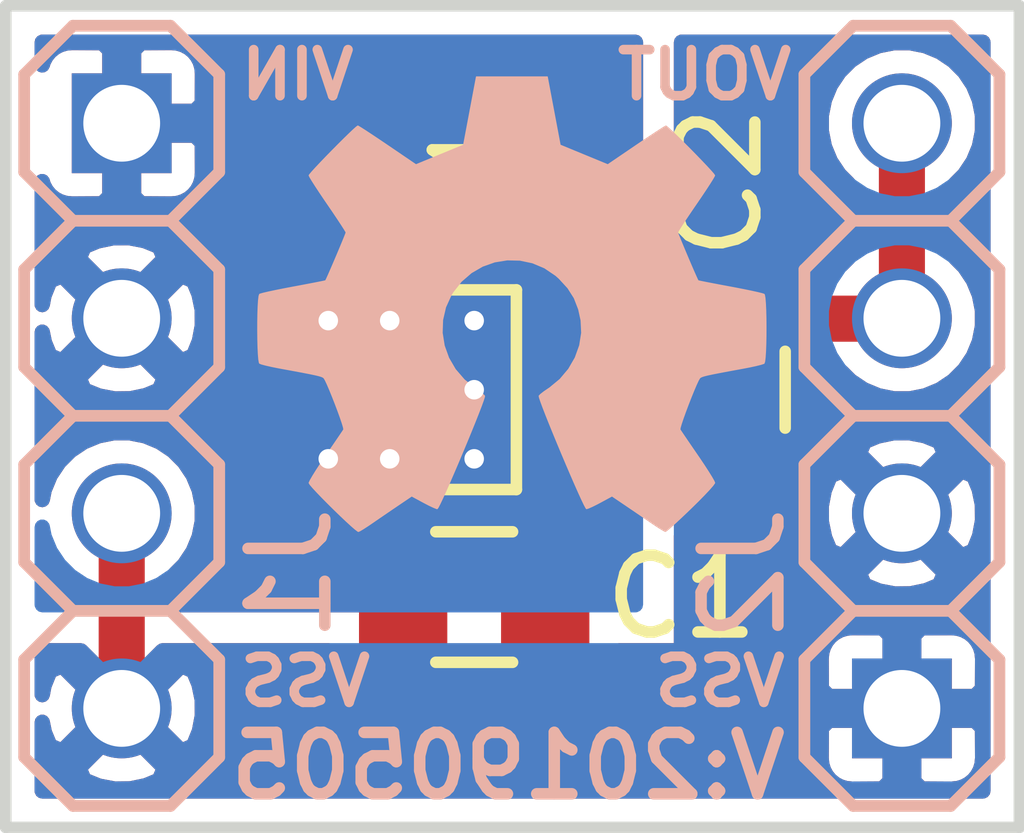
<source format=kicad_pcb>
(kicad_pcb (version 20171130) (host pcbnew 5.1.2-f72e74a~84~ubuntu18.04.1)

  (general
    (thickness 1.6)
    (drawings 4)
    (tracks 20)
    (zones 0)
    (modules 7)
    (nets 4)
  )

  (page A4)
  (layers
    (0 F.Cu signal)
    (31 B.Cu signal)
    (32 B.Adhes user)
    (33 F.Adhes user)
    (34 B.Paste user)
    (35 F.Paste user)
    (36 B.SilkS user)
    (37 F.SilkS user)
    (38 B.Mask user)
    (39 F.Mask user)
    (40 Dwgs.User user)
    (41 Cmts.User user)
    (42 Eco1.User user)
    (43 Eco2.User user)
    (44 Edge.Cuts user)
    (45 Margin user)
    (46 B.CrtYd user)
    (47 F.CrtYd user)
    (48 B.Fab user)
    (49 F.Fab user)
  )

  (setup
    (last_trace_width 0.1524)
    (user_trace_width 0.1524)
    (user_trace_width 0.2)
    (user_trace_width 0.3)
    (user_trace_width 0.4)
    (user_trace_width 0.6)
    (user_trace_width 1)
    (user_trace_width 1.5)
    (user_trace_width 2)
    (trace_clearance 0.1524)
    (zone_clearance 0.3)
    (zone_45_only no)
    (trace_min 0.1524)
    (via_size 0.381)
    (via_drill 0.254)
    (via_min_size 0.381)
    (via_min_drill 0.254)
    (user_via 0.4 0.254)
    (user_via 0.6 0.4)
    (user_via 0.8 0.6)
    (user_via 1 0.8)
    (user_via 1.3 1)
    (user_via 1.5 1.2)
    (user_via 1.7 1.4)
    (user_via 1.9 1.6)
    (uvia_size 0.381)
    (uvia_drill 0.254)
    (uvias_allowed no)
    (uvia_min_size 0.381)
    (uvia_min_drill 0.254)
    (edge_width 0.15)
    (segment_width 0.2)
    (pcb_text_width 0.3)
    (pcb_text_size 1.5 1.5)
    (mod_edge_width 0.15)
    (mod_text_size 1 1)
    (mod_text_width 0.15)
    (pad_size 0.6 1)
    (pad_drill 0)
    (pad_to_mask_clearance 0.1)
    (solder_mask_min_width 0.1)
    (pad_to_paste_clearance_ratio -0.15)
    (aux_axis_origin 0 0)
    (visible_elements FFFFFF7F)
    (pcbplotparams
      (layerselection 0x010fc_ffffffff)
      (usegerberextensions true)
      (usegerberattributes false)
      (usegerberadvancedattributes false)
      (creategerberjobfile false)
      (excludeedgelayer true)
      (linewidth 0.100000)
      (plotframeref false)
      (viasonmask false)
      (mode 1)
      (useauxorigin false)
      (hpglpennumber 1)
      (hpglpenspeed 20)
      (hpglpendiameter 15.000000)
      (psnegative false)
      (psa4output false)
      (plotreference true)
      (plotvalue true)
      (plotinvisibletext false)
      (padsonsilk false)
      (subtractmaskfromsilk false)
      (outputformat 1)
      (mirror false)
      (drillshape 0)
      (scaleselection 1)
      (outputdirectory "OSH_Park_2_layer_plots"))
  )

  (net 0 "")
  (net 1 /VSS)
  (net 2 /VIN)
  (net 3 /VOUT)

  (net_class Default "This is the default net class."
    (clearance 0.1524)
    (trace_width 0.1524)
    (via_dia 0.381)
    (via_drill 0.254)
    (uvia_dia 0.381)
    (uvia_drill 0.254)
    (add_net /VIN)
    (add_net /VOUT)
    (add_net /VSS)
  )

  (module SquantorIC:SOT23-3-Microchip-CB (layer F.Cu) (tedit 5CCCA092) (tstamp 5CCCF61A)
    (at 148.05 91.1 90)
    (descr "SOT23 3 pin, Microchip name CB")
    (tags "SOT23 3pin Microchip CB")
    (path /5CCCD32F)
    (fp_text reference U1 (at 2.6 0.05 90) (layer F.SilkS)
      (effects (font (size 1 1) (thickness 0.15)))
    )
    (fp_text value MCP1702-CB (at 0 2.8 90) (layer F.Fab) hide
      (effects (font (size 1 1) (thickness 0.15)))
    )
    (fp_line (start -1.7 -2.2) (end -1.7 2.2) (layer F.CrtYd) (width 0.05))
    (fp_line (start 1.7 -2.2) (end -1.7 -2.2) (layer F.CrtYd) (width 0.05))
    (fp_line (start 1.7 2.2) (end 1.7 -2.2) (layer F.CrtYd) (width 0.05))
    (fp_line (start -1.7 2.2) (end 1.7 2.2) (layer F.CrtYd) (width 0.05))
    (fp_line (start -1.3 0.6) (end -1.3 -0.6) (layer F.SilkS) (width 0.15))
    (fp_line (start 1.3 0.6) (end -1.3 0.6) (layer F.SilkS) (width 0.15))
    (fp_line (start 1.3 -0.6) (end 1.3 0.6) (layer F.SilkS) (width 0.15))
    (fp_line (start -1.3 -0.6) (end 1.3 -0.6) (layer F.SilkS) (width 0.15))
    (pad 3 smd rect (at 0 -1.35 90) (size 0.6 1) (layers F.Cu F.Paste F.Mask)
      (net 2 /VIN) (zone_connect 2))
    (pad 2 smd rect (at 0.95 1.35 90) (size 0.6 1) (layers F.Cu F.Paste F.Mask)
      (net 3 /VOUT))
    (pad 1 smd rect (at -0.95 1.35 90) (size 0.6 1) (layers F.Cu F.Paste F.Mask)
      (net 1 /VSS))
  )

  (module SquantorConnectorsNamed:reference_output (layer B.Cu) (tedit 5CCB4FA4) (tstamp 5CCCF5FF)
    (at 153.67 91.44 90)
    (descr "PIN HEADER")
    (tags "PIN HEADER")
    (path /5CCCA968)
    (attr virtual)
    (fp_text reference J2 (at -2.06 -2.07 90) (layer B.SilkS)
      (effects (font (size 1 1) (thickness 0.15)) (justify mirror))
    )
    (fp_text value reference_output (at 0 -2.2 90) (layer B.Fab) hide
      (effects (font (size 1 1) (thickness 0.15)) (justify mirror))
    )
    (fp_text user VOUT (at 4.44 -2.57 180) (layer B.SilkS)
      (effects (font (size 0.6 0.6) (thickness 0.125)) (justify mirror))
    )
    (fp_text user VSS (at -3.46 -2.37 180) (layer B.SilkS)
      (effects (font (size 0.6 0.6) (thickness 0.125)) (justify mirror))
    )
    (fp_line (start 4.445 -1.27) (end 3.175 -1.27) (layer B.SilkS) (width 0.1524))
    (fp_line (start 2.54 -0.635) (end 3.175 -1.27) (layer B.SilkS) (width 0.1524))
    (fp_line (start 3.175 1.27) (end 2.54 0.635) (layer B.SilkS) (width 0.1524))
    (fp_line (start 5.08 -0.635) (end 4.445 -1.27) (layer B.SilkS) (width 0.1524))
    (fp_line (start 5.08 0.635) (end 5.08 -0.635) (layer B.SilkS) (width 0.1524))
    (fp_line (start 4.445 1.27) (end 5.08 0.635) (layer B.SilkS) (width 0.1524))
    (fp_line (start 3.175 1.27) (end 4.445 1.27) (layer B.SilkS) (width 0.1524))
    (fp_line (start -3.175 -1.27) (end -4.445 -1.27) (layer B.SilkS) (width 0.1524))
    (fp_line (start -5.08 -0.635) (end -4.445 -1.27) (layer B.SilkS) (width 0.1524))
    (fp_line (start -4.445 1.27) (end -5.08 0.635) (layer B.SilkS) (width 0.1524))
    (fp_line (start -5.08 0.635) (end -5.08 -0.635) (layer B.SilkS) (width 0.1524))
    (fp_line (start -1.905 -1.27) (end -2.54 -0.635) (layer B.SilkS) (width 0.1524))
    (fp_line (start -0.635 -1.27) (end -1.905 -1.27) (layer B.SilkS) (width 0.1524))
    (fp_line (start 0 -0.635) (end -0.635 -1.27) (layer B.SilkS) (width 0.1524))
    (fp_line (start 0 0.635) (end 0 -0.635) (layer B.SilkS) (width 0.1524))
    (fp_line (start -0.635 1.27) (end 0 0.635) (layer B.SilkS) (width 0.1524))
    (fp_line (start -1.905 1.27) (end -0.635 1.27) (layer B.SilkS) (width 0.1524))
    (fp_line (start -2.54 0.635) (end -1.905 1.27) (layer B.SilkS) (width 0.1524))
    (fp_line (start -2.54 -0.635) (end -3.175 -1.27) (layer B.SilkS) (width 0.1524))
    (fp_line (start -2.54 0.635) (end -2.54 -0.635) (layer B.SilkS) (width 0.1524))
    (fp_line (start -3.175 1.27) (end -2.54 0.635) (layer B.SilkS) (width 0.1524))
    (fp_line (start -4.445 1.27) (end -3.175 1.27) (layer B.SilkS) (width 0.1524))
    (fp_line (start 0.635 -1.27) (end 0 -0.635) (layer B.SilkS) (width 0.1524))
    (fp_line (start 1.905 -1.27) (end 0.635 -1.27) (layer B.SilkS) (width 0.1524))
    (fp_line (start 2.54 -0.635) (end 1.905 -1.27) (layer B.SilkS) (width 0.1524))
    (fp_line (start 2.54 0.635) (end 2.54 -0.635) (layer B.SilkS) (width 0.1524))
    (fp_line (start 1.905 1.27) (end 2.54 0.635) (layer B.SilkS) (width 0.1524))
    (fp_line (start 0.635 1.27) (end 1.905 1.27) (layer B.SilkS) (width 0.1524))
    (fp_line (start 0 0.635) (end 0.635 1.27) (layer B.SilkS) (width 0.1524))
    (pad 4 thru_hole circle (at 3.81 0 270) (size 1.3 1.3) (drill 1) (layers *.Cu *.Mask)
      (net 3 /VOUT))
    (pad 3 thru_hole circle (at 1.27 0 270) (size 1.3 1.3) (drill 1) (layers *.Cu *.Mask)
      (net 3 /VOUT))
    (pad 2 thru_hole circle (at -1.27 0 270) (size 1.3 1.3) (drill 1) (layers *.Cu *.Mask)
      (net 1 /VSS))
    (pad 1 thru_hole rect (at -3.81 0 270) (size 1.3 1.3) (drill 1) (layers *.Cu *.Mask)
      (net 1 /VSS))
  )

  (module SquantorConnectorsNamed:reference_input (layer B.Cu) (tedit 5CCB5024) (tstamp 5CCCF5D8)
    (at 143.51 91.44 270)
    (descr "PIN HEADER")
    (tags "PIN HEADER")
    (path /5CCC9F6B)
    (attr virtual)
    (fp_text reference J1 (at 2.06 -2.19 90) (layer B.SilkS)
      (effects (font (size 1 1) (thickness 0.15)) (justify mirror))
    )
    (fp_text value reference_input (at 0 -2.2 90) (layer B.Fab) hide
      (effects (font (size 1 1) (thickness 0.15)) (justify mirror))
    )
    (fp_text user VSS (at 3.46 -2.39) (layer B.SilkS)
      (effects (font (size 0.6 0.6) (thickness 0.125)) (justify mirror))
    )
    (fp_text user VIN (at -4.44 -2.29 180) (layer B.SilkS)
      (effects (font (size 0.6 0.6) (thickness 0.125)) (justify mirror))
    )
    (fp_line (start 4.445 -1.27) (end 3.175 -1.27) (layer B.SilkS) (width 0.1524))
    (fp_line (start 2.54 -0.635) (end 3.175 -1.27) (layer B.SilkS) (width 0.1524))
    (fp_line (start 3.175 1.27) (end 2.54 0.635) (layer B.SilkS) (width 0.1524))
    (fp_line (start 5.08 -0.635) (end 4.445 -1.27) (layer B.SilkS) (width 0.1524))
    (fp_line (start 5.08 0.635) (end 5.08 -0.635) (layer B.SilkS) (width 0.1524))
    (fp_line (start 4.445 1.27) (end 5.08 0.635) (layer B.SilkS) (width 0.1524))
    (fp_line (start 3.175 1.27) (end 4.445 1.27) (layer B.SilkS) (width 0.1524))
    (fp_line (start -3.175 -1.27) (end -4.445 -1.27) (layer B.SilkS) (width 0.1524))
    (fp_line (start -5.08 -0.635) (end -4.445 -1.27) (layer B.SilkS) (width 0.1524))
    (fp_line (start -4.445 1.27) (end -5.08 0.635) (layer B.SilkS) (width 0.1524))
    (fp_line (start -5.08 0.635) (end -5.08 -0.635) (layer B.SilkS) (width 0.1524))
    (fp_line (start -1.905 -1.27) (end -2.54 -0.635) (layer B.SilkS) (width 0.1524))
    (fp_line (start -0.635 -1.27) (end -1.905 -1.27) (layer B.SilkS) (width 0.1524))
    (fp_line (start 0 -0.635) (end -0.635 -1.27) (layer B.SilkS) (width 0.1524))
    (fp_line (start 0 0.635) (end 0 -0.635) (layer B.SilkS) (width 0.1524))
    (fp_line (start -0.635 1.27) (end 0 0.635) (layer B.SilkS) (width 0.1524))
    (fp_line (start -1.905 1.27) (end -0.635 1.27) (layer B.SilkS) (width 0.1524))
    (fp_line (start -2.54 0.635) (end -1.905 1.27) (layer B.SilkS) (width 0.1524))
    (fp_line (start -2.54 -0.635) (end -3.175 -1.27) (layer B.SilkS) (width 0.1524))
    (fp_line (start -2.54 0.635) (end -2.54 -0.635) (layer B.SilkS) (width 0.1524))
    (fp_line (start -3.175 1.27) (end -2.54 0.635) (layer B.SilkS) (width 0.1524))
    (fp_line (start -4.445 1.27) (end -3.175 1.27) (layer B.SilkS) (width 0.1524))
    (fp_line (start 0.635 -1.27) (end 0 -0.635) (layer B.SilkS) (width 0.1524))
    (fp_line (start 1.905 -1.27) (end 0.635 -1.27) (layer B.SilkS) (width 0.1524))
    (fp_line (start 2.54 -0.635) (end 1.905 -1.27) (layer B.SilkS) (width 0.1524))
    (fp_line (start 2.54 0.635) (end 2.54 -0.635) (layer B.SilkS) (width 0.1524))
    (fp_line (start 1.905 1.27) (end 2.54 0.635) (layer B.SilkS) (width 0.1524))
    (fp_line (start 0.635 1.27) (end 1.905 1.27) (layer B.SilkS) (width 0.1524))
    (fp_line (start 0 0.635) (end 0.635 1.27) (layer B.SilkS) (width 0.1524))
    (pad 4 thru_hole circle (at 3.81 0 90) (size 1.3 1.3) (drill 1) (layers *.Cu *.Mask)
      (net 1 /VSS))
    (pad 3 thru_hole circle (at 1.27 0 90) (size 1.3 1.3) (drill 1) (layers *.Cu *.Mask)
      (net 1 /VSS))
    (pad 2 thru_hole circle (at -1.27 0 90) (size 1.3 1.3) (drill 1) (layers *.Cu *.Mask)
      (net 2 /VIN))
    (pad 1 thru_hole rect (at -3.81 0 90) (size 1.3 1.3) (drill 1) (layers *.Cu *.Mask)
      (net 2 /VIN))
  )

  (module SquantorRcl:C_0805+0603 (layer F.Cu) (tedit 5CCB4DCF) (tstamp 5CCCF5B1)
    (at 151.3 91.1 270)
    (descr "Capacitor SMD 0805 and 0603 pad sizes, reflow soldering, based on AVX dimensions")
    (tags "capacitor 0805 0603 mixed")
    (path /5CCCC415)
    (attr smd)
    (fp_text reference C2 (at -2.7 0 90) (layer F.SilkS)
      (effects (font (size 1 1) (thickness 0.15)))
    )
    (fp_text value TBD (at 0 2.1 90) (layer F.Fab)
      (effects (font (size 1 1) (thickness 0.15)))
    )
    (fp_line (start -1 0.625) (end -1 -0.625) (layer F.Fab) (width 0.15))
    (fp_line (start 1 0.625) (end -1 0.625) (layer F.Fab) (width 0.15))
    (fp_line (start 1 -0.625) (end 1 0.625) (layer F.Fab) (width 0.15))
    (fp_line (start -1 -0.625) (end 1 -0.625) (layer F.Fab) (width 0.15))
    (fp_line (start -1.8 -1) (end 1.8 -1) (layer F.CrtYd) (width 0.05))
    (fp_line (start -1.8 1) (end 1.8 1) (layer F.CrtYd) (width 0.05))
    (fp_line (start -1.8 -1) (end -1.8 1) (layer F.CrtYd) (width 0.05))
    (fp_line (start 1.8 -1) (end 1.8 1) (layer F.CrtYd) (width 0.05))
    (fp_line (start 0.5 -0.85) (end -0.5 -0.85) (layer F.SilkS) (width 0.15))
    (fp_line (start -0.5 0.85) (end 0.5 0.85) (layer F.SilkS) (width 0.15))
    (pad 1 smd rect (at -0.925 0 270) (size 1.15 1.25) (layers F.Cu F.Paste F.Mask)
      (net 3 /VOUT))
    (pad 2 smd rect (at 0.925 0 270) (size 1.15 1.25) (layers F.Cu F.Paste F.Mask)
      (net 1 /VSS))
    (model Capacitors_SMD.3dshapes/C_0805.wrl
      (at (xyz 0 0 0))
      (scale (xyz 1 1 1))
      (rotate (xyz 0 0 0))
    )
  )

  (module SquantorRcl:C_0805+0603 (layer F.Cu) (tedit 5CCB4DCF) (tstamp 5CCCF5A1)
    (at 148.1 93.8 180)
    (descr "Capacitor SMD 0805 and 0603 pad sizes, reflow soldering, based on AVX dimensions")
    (tags "capacitor 0805 0603 mixed")
    (path /5CCCBCD0)
    (attr smd)
    (fp_text reference C1 (at -2.7 0) (layer F.SilkS)
      (effects (font (size 1 1) (thickness 0.15)))
    )
    (fp_text value TBD (at 0 2.1) (layer F.Fab) hide
      (effects (font (size 1 1) (thickness 0.15)))
    )
    (fp_line (start -1 0.625) (end -1 -0.625) (layer F.Fab) (width 0.15))
    (fp_line (start 1 0.625) (end -1 0.625) (layer F.Fab) (width 0.15))
    (fp_line (start 1 -0.625) (end 1 0.625) (layer F.Fab) (width 0.15))
    (fp_line (start -1 -0.625) (end 1 -0.625) (layer F.Fab) (width 0.15))
    (fp_line (start -1.8 -1) (end 1.8 -1) (layer F.CrtYd) (width 0.05))
    (fp_line (start -1.8 1) (end 1.8 1) (layer F.CrtYd) (width 0.05))
    (fp_line (start -1.8 -1) (end -1.8 1) (layer F.CrtYd) (width 0.05))
    (fp_line (start 1.8 -1) (end 1.8 1) (layer F.CrtYd) (width 0.05))
    (fp_line (start 0.5 -0.85) (end -0.5 -0.85) (layer F.SilkS) (width 0.15))
    (fp_line (start -0.5 0.85) (end 0.5 0.85) (layer F.SilkS) (width 0.15))
    (pad 1 smd rect (at -0.925 0 180) (size 1.15 1.25) (layers F.Cu F.Paste F.Mask)
      (net 1 /VSS))
    (pad 2 smd rect (at 0.925 0 180) (size 1.15 1.25) (layers F.Cu F.Paste F.Mask)
      (net 2 /VIN))
    (model Capacitors_SMD.3dshapes/C_0805.wrl
      (at (xyz 0 0 0))
      (scale (xyz 1 1 1))
      (rotate (xyz 0 0 0))
    )
  )

  (module Symbols:OSHW-Symbol_6.7x6mm_SilkScreen (layer B.Cu) (tedit 0) (tstamp 5A135134)
    (at 148.6 90 180)
    (descr "Open Source Hardware Symbol")
    (tags "Logo Symbol OSHW")
    (path /5A135869)
    (attr virtual)
    (fp_text reference N1 (at 0 0) (layer B.SilkS) hide
      (effects (font (size 1 1) (thickness 0.15)) (justify mirror))
    )
    (fp_text value OHWLOGO (at 0.75 0) (layer B.Fab) hide
      (effects (font (size 1 1) (thickness 0.15)) (justify mirror))
    )
    (fp_poly (pts (xy 0.555814 2.531069) (xy 0.639635 2.086445) (xy 0.94892 1.958947) (xy 1.258206 1.831449)
      (xy 1.629246 2.083754) (xy 1.733157 2.154004) (xy 1.827087 2.216728) (xy 1.906652 2.269062)
      (xy 1.96747 2.308143) (xy 2.005157 2.331107) (xy 2.015421 2.336058) (xy 2.03391 2.323324)
      (xy 2.07342 2.288118) (xy 2.129522 2.234938) (xy 2.197787 2.168282) (xy 2.273786 2.092646)
      (xy 2.353092 2.012528) (xy 2.431275 1.932426) (xy 2.503907 1.856836) (xy 2.566559 1.790255)
      (xy 2.614803 1.737182) (xy 2.64421 1.702113) (xy 2.651241 1.690377) (xy 2.641123 1.66874)
      (xy 2.612759 1.621338) (xy 2.569129 1.552807) (xy 2.513218 1.467785) (xy 2.448006 1.370907)
      (xy 2.410219 1.31565) (xy 2.341343 1.214752) (xy 2.28014 1.123701) (xy 2.229578 1.04703)
      (xy 2.192628 0.989272) (xy 2.172258 0.954957) (xy 2.169197 0.947746) (xy 2.176136 0.927252)
      (xy 2.195051 0.879487) (xy 2.223087 0.811168) (xy 2.257391 0.729011) (xy 2.295109 0.63973)
      (xy 2.333387 0.550042) (xy 2.36937 0.466662) (xy 2.400206 0.396306) (xy 2.423039 0.34569)
      (xy 2.435017 0.321529) (xy 2.435724 0.320578) (xy 2.454531 0.315964) (xy 2.504618 0.305672)
      (xy 2.580793 0.290713) (xy 2.677865 0.272099) (xy 2.790643 0.250841) (xy 2.856442 0.238582)
      (xy 2.97695 0.215638) (xy 3.085797 0.193805) (xy 3.177476 0.174278) (xy 3.246481 0.158252)
      (xy 3.287304 0.146921) (xy 3.295511 0.143326) (xy 3.303548 0.118994) (xy 3.310033 0.064041)
      (xy 3.31497 -0.015108) (xy 3.318364 -0.112026) (xy 3.320218 -0.220287) (xy 3.320538 -0.333465)
      (xy 3.319327 -0.445135) (xy 3.31659 -0.548868) (xy 3.312331 -0.638241) (xy 3.306555 -0.706826)
      (xy 3.299267 -0.748197) (xy 3.294895 -0.75681) (xy 3.268764 -0.767133) (xy 3.213393 -0.781892)
      (xy 3.136107 -0.799352) (xy 3.04423 -0.81778) (xy 3.012158 -0.823741) (xy 2.857524 -0.852066)
      (xy 2.735375 -0.874876) (xy 2.641673 -0.89308) (xy 2.572384 -0.907583) (xy 2.523471 -0.919292)
      (xy 2.490897 -0.929115) (xy 2.470628 -0.937956) (xy 2.458626 -0.946724) (xy 2.456947 -0.948457)
      (xy 2.440184 -0.976371) (xy 2.414614 -1.030695) (xy 2.382788 -1.104777) (xy 2.34726 -1.191965)
      (xy 2.310583 -1.285608) (xy 2.275311 -1.379052) (xy 2.243996 -1.465647) (xy 2.219193 -1.53874)
      (xy 2.203454 -1.591678) (xy 2.199332 -1.617811) (xy 2.199676 -1.618726) (xy 2.213641 -1.640086)
      (xy 2.245322 -1.687084) (xy 2.291391 -1.754827) (xy 2.348518 -1.838423) (xy 2.413373 -1.932982)
      (xy 2.431843 -1.959854) (xy 2.497699 -2.057275) (xy 2.55565 -2.146163) (xy 2.602538 -2.221412)
      (xy 2.635207 -2.27792) (xy 2.6505 -2.310581) (xy 2.651241 -2.314593) (xy 2.638392 -2.335684)
      (xy 2.602888 -2.377464) (xy 2.549293 -2.435445) (xy 2.482171 -2.505135) (xy 2.406087 -2.582045)
      (xy 2.325604 -2.661683) (xy 2.245287 -2.739561) (xy 2.169699 -2.811186) (xy 2.103405 -2.87207)
      (xy 2.050969 -2.917721) (xy 2.016955 -2.94365) (xy 2.007545 -2.947883) (xy 1.985643 -2.937912)
      (xy 1.9408 -2.91102) (xy 1.880321 -2.871736) (xy 1.833789 -2.840117) (xy 1.749475 -2.782098)
      (xy 1.649626 -2.713784) (xy 1.549473 -2.645579) (xy 1.495627 -2.609075) (xy 1.313371 -2.4858)
      (xy 1.160381 -2.56852) (xy 1.090682 -2.604759) (xy 1.031414 -2.632926) (xy 0.991311 -2.648991)
      (xy 0.981103 -2.651226) (xy 0.968829 -2.634722) (xy 0.944613 -2.588082) (xy 0.910263 -2.515609)
      (xy 0.867588 -2.421606) (xy 0.818394 -2.310374) (xy 0.76449 -2.186215) (xy 0.707684 -2.053432)
      (xy 0.649782 -1.916327) (xy 0.592593 -1.779202) (xy 0.537924 -1.646358) (xy 0.487584 -1.522098)
      (xy 0.44338 -1.410725) (xy 0.407119 -1.316539) (xy 0.380609 -1.243844) (xy 0.365658 -1.196941)
      (xy 0.363254 -1.180833) (xy 0.382311 -1.160286) (xy 0.424036 -1.126933) (xy 0.479706 -1.087702)
      (xy 0.484378 -1.084599) (xy 0.628264 -0.969423) (xy 0.744283 -0.835053) (xy 0.83143 -0.685784)
      (xy 0.888699 -0.525913) (xy 0.915086 -0.359737) (xy 0.909585 -0.191552) (xy 0.87119 -0.025655)
      (xy 0.798895 0.133658) (xy 0.777626 0.168513) (xy 0.666996 0.309263) (xy 0.536302 0.422286)
      (xy 0.390064 0.506997) (xy 0.232808 0.562806) (xy 0.069057 0.589126) (xy -0.096667 0.58537)
      (xy -0.259838 0.55095) (xy -0.415935 0.485277) (xy -0.560433 0.387765) (xy -0.605131 0.348187)
      (xy -0.718888 0.224297) (xy -0.801782 0.093876) (xy -0.858644 -0.052315) (xy -0.890313 -0.197088)
      (xy -0.898131 -0.35986) (xy -0.872062 -0.52344) (xy -0.814755 -0.682298) (xy -0.728856 -0.830906)
      (xy -0.617014 -0.963735) (xy -0.481877 -1.075256) (xy -0.464117 -1.087011) (xy -0.40785 -1.125508)
      (xy -0.365077 -1.158863) (xy -0.344628 -1.18016) (xy -0.344331 -1.180833) (xy -0.348721 -1.203871)
      (xy -0.366124 -1.256157) (xy -0.394732 -1.33339) (xy -0.432735 -1.431268) (xy -0.478326 -1.545491)
      (xy -0.529697 -1.671758) (xy -0.585038 -1.805767) (xy -0.642542 -1.943218) (xy -0.700399 -2.079808)
      (xy -0.756802 -2.211237) (xy -0.809942 -2.333205) (xy -0.85801 -2.441409) (xy -0.899199 -2.531549)
      (xy -0.931699 -2.599323) (xy -0.953703 -2.64043) (xy -0.962564 -2.651226) (xy -0.98964 -2.642819)
      (xy -1.040303 -2.620272) (xy -1.105817 -2.587613) (xy -1.141841 -2.56852) (xy -1.294832 -2.4858)
      (xy -1.477088 -2.609075) (xy -1.570125 -2.672228) (xy -1.671985 -2.741727) (xy -1.767438 -2.807165)
      (xy -1.81525 -2.840117) (xy -1.882495 -2.885273) (xy -1.939436 -2.921057) (xy -1.978646 -2.942938)
      (xy -1.991381 -2.947563) (xy -2.009917 -2.935085) (xy -2.050941 -2.900252) (xy -2.110475 -2.846678)
      (xy -2.184542 -2.777983) (xy -2.269165 -2.697781) (xy -2.322685 -2.646286) (xy -2.416319 -2.554286)
      (xy -2.497241 -2.471999) (xy -2.562177 -2.402945) (xy -2.607858 -2.350644) (xy -2.631011 -2.318616)
      (xy -2.633232 -2.312116) (xy -2.622924 -2.287394) (xy -2.594439 -2.237405) (xy -2.550937 -2.167212)
      (xy -2.495577 -2.081875) (xy -2.43152 -1.986456) (xy -2.413303 -1.959854) (xy -2.346927 -1.863167)
      (xy -2.287378 -1.776117) (xy -2.237984 -1.703595) (xy -2.202075 -1.650493) (xy -2.182981 -1.621703)
      (xy -2.181136 -1.618726) (xy -2.183895 -1.595782) (xy -2.198538 -1.545336) (xy -2.222513 -1.474041)
      (xy -2.253266 -1.388547) (xy -2.288244 -1.295507) (xy -2.324893 -1.201574) (xy -2.360661 -1.113399)
      (xy -2.392994 -1.037634) (xy -2.419338 -0.980931) (xy -2.437142 -0.949943) (xy -2.438407 -0.948457)
      (xy -2.449294 -0.939601) (xy -2.467682 -0.930843) (xy -2.497606 -0.921277) (xy -2.543103 -0.909996)
      (xy -2.608209 -0.896093) (xy -2.696961 -0.878663) (xy -2.813393 -0.856798) (xy -2.961542 -0.829591)
      (xy -2.993618 -0.823741) (xy -3.088686 -0.805374) (xy -3.171565 -0.787405) (xy -3.23493 -0.771569)
      (xy -3.271458 -0.7596) (xy -3.276356 -0.75681) (xy -3.284427 -0.732072) (xy -3.290987 -0.67679)
      (xy -3.296033 -0.597389) (xy -3.299559 -0.500296) (xy -3.301561 -0.391938) (xy -3.302036 -0.27874)
      (xy -3.300977 -0.167128) (xy -3.298382 -0.063529) (xy -3.294246 0.025632) (xy -3.288563 0.093928)
      (xy -3.281331 0.134934) (xy -3.276971 0.143326) (xy -3.252698 0.151792) (xy -3.197426 0.165565)
      (xy -3.116662 0.18345) (xy -3.015912 0.204252) (xy -2.900683 0.226777) (xy -2.837902 0.238582)
      (xy -2.718787 0.260849) (xy -2.612565 0.281021) (xy -2.524427 0.298085) (xy -2.459566 0.311031)
      (xy -2.423174 0.318845) (xy -2.417184 0.320578) (xy -2.407061 0.34011) (xy -2.385662 0.387157)
      (xy -2.355839 0.454997) (xy -2.320445 0.536909) (xy -2.282332 0.626172) (xy -2.244353 0.716065)
      (xy -2.20936 0.799865) (xy -2.180206 0.870853) (xy -2.159743 0.922306) (xy -2.150823 0.947503)
      (xy -2.150657 0.948604) (xy -2.160769 0.968481) (xy -2.189117 1.014223) (xy -2.232723 1.081283)
      (xy -2.288606 1.165116) (xy -2.353787 1.261174) (xy -2.391679 1.31635) (xy -2.460725 1.417519)
      (xy -2.52205 1.50937) (xy -2.572663 1.587256) (xy -2.609571 1.646531) (xy -2.629782 1.682549)
      (xy -2.632701 1.690623) (xy -2.620153 1.709416) (xy -2.585463 1.749543) (xy -2.533063 1.806507)
      (xy -2.467384 1.875815) (xy -2.392856 1.952969) (xy -2.313913 2.033475) (xy -2.234983 2.112837)
      (xy -2.1605 2.18656) (xy -2.094894 2.250148) (xy -2.042596 2.299106) (xy -2.008039 2.328939)
      (xy -1.996478 2.336058) (xy -1.977654 2.326047) (xy -1.932631 2.297922) (xy -1.865787 2.254546)
      (xy -1.781499 2.198782) (xy -1.684144 2.133494) (xy -1.610707 2.083754) (xy -1.239667 1.831449)
      (xy -0.621095 2.086445) (xy -0.537275 2.531069) (xy -0.453454 2.975693) (xy 0.471994 2.975693)
      (xy 0.555814 2.531069)) (layer B.SilkS) (width 0.01))
  )

  (module SquantorLabels:Label_version (layer F.Cu) (tedit 5B5A1E49) (tstamp 5B96DD88)
    (at 149.3 96.1)
    (path /5A1357A5)
    (fp_text reference N2 (at 0 1.4) (layer F.Fab) hide
      (effects (font (size 1 1) (thickness 0.15)))
    )
    (fp_text value 20190505 (at -1.3 -0.1) (layer B.SilkS)
      (effects (font (size 0.8 0.8) (thickness 0.15)) (justify mirror))
    )
    (fp_text user V: (at 2.3 -0.1) (layer B.SilkS)
      (effects (font (size 0.8 0.8) (thickness 0.15)) (justify mirror))
    )
  )

  (gr_line (start 142 96.8) (end 142 86.1) (layer Edge.Cuts) (width 0.15) (tstamp 5CCCF95E))
  (gr_line (start 155.2 96.8) (end 142 96.8) (layer Edge.Cuts) (width 0.15))
  (gr_line (start 155.2 86.1) (end 155.2 96.8) (layer Edge.Cuts) (width 0.15))
  (gr_line (start 142 86.1) (end 155.2 86.1) (layer Edge.Cuts) (width 0.15))

  (segment (start 149.4 92.05) (end 150.25 92.05) (width 0.6) (layer F.Cu) (net 1))
  (segment (start 150.25 92.05) (end 150.3 92) (width 0.6) (layer F.Cu) (net 1))
  (segment (start 150.3 92) (end 151.3 92) (width 0.6) (layer F.Cu) (net 1))
  (segment (start 149.025 93.8) (end 149.025 92.975) (width 0.6) (layer F.Cu) (net 1))
  (segment (start 149.025 92.975) (end 149.4 92.6) (width 0.6) (layer F.Cu) (net 1))
  (segment (start 149.4 92.6) (end 149.4 92.1) (width 0.6) (layer F.Cu) (net 1))
  (segment (start 143.51 92.71) (end 143.51 95.29) (width 0.6) (layer F.Cu) (net 1))
  (segment (start 143.51 95.29) (end 143.5 95.3) (width 0.6) (layer F.Cu) (net 1))
  (via (at 148.1 90.2) (size 0.4) (drill 0.254) (layers F.Cu B.Cu) (net 2))
  (via (at 148.1 91.1) (size 0.4) (drill 0.254) (layers F.Cu B.Cu) (net 2))
  (via (at 148.1 92) (size 0.4) (drill 0.254) (layers F.Cu B.Cu) (net 2))
  (via (at 147 90.2) (size 0.4) (drill 0.254) (layers F.Cu B.Cu) (net 2))
  (via (at 146.2 90.2) (size 0.4) (drill 0.254) (layers F.Cu B.Cu) (net 2))
  (via (at 146.2 92) (size 0.4) (drill 0.254) (layers F.Cu B.Cu) (net 2))
  (via (at 147 92) (size 0.4) (drill 0.254) (layers F.Cu B.Cu) (net 2))
  (segment (start 149.4 90.15) (end 151.25 90.15) (width 0.6) (layer F.Cu) (net 3))
  (segment (start 151.25 90.15) (end 151.3 90.2) (width 0.6) (layer F.Cu) (net 3))
  (segment (start 151.3 90.175) (end 153.675 90.175) (width 0.6) (layer F.Cu) (net 3))
  (segment (start 153.675 90.175) (end 153.7 90.2) (width 0.6) (layer F.Cu) (net 3))
  (segment (start 153.67 87.63) (end 153.67 90.17) (width 0.6) (layer F.Cu) (net 3))

  (zone (net 2) (net_name /VIN) (layer F.Cu) (tstamp 0) (hatch edge 0.508)
    (connect_pads (clearance 0.3))
    (min_thickness 0.2)
    (fill yes (arc_segments 32) (thermal_gap 0.3) (thermal_bridge_width 0.508))
    (polygon
      (pts
        (xy 142 86.1) (xy 150.3 86.1) (xy 150.3 94) (xy 142 94)
      )
    )
    (filled_polygon
      (pts
        (xy 150.2 89.45) (xy 149.919647 89.45) (xy 149.9 89.448065) (xy 148.9 89.448065) (xy 148.821586 89.455788)
        (xy 148.746186 89.47866) (xy 148.676697 89.515803) (xy 148.615789 89.565789) (xy 148.565803 89.626697) (xy 148.52866 89.696186)
        (xy 148.505788 89.771586) (xy 148.498065 89.85) (xy 148.498065 90.45) (xy 148.505788 90.528414) (xy 148.52866 90.603814)
        (xy 148.565803 90.673303) (xy 148.615789 90.734211) (xy 148.676697 90.784197) (xy 148.746186 90.82134) (xy 148.821586 90.844212)
        (xy 148.9 90.851935) (xy 149.9 90.851935) (xy 149.919647 90.85) (xy 150.2 90.85) (xy 150.2 91.306462)
        (xy 150.162776 91.310128) (xy 150.031336 91.35) (xy 149.919647 91.35) (xy 149.9 91.348065) (xy 148.9 91.348065)
        (xy 148.821586 91.355788) (xy 148.746186 91.37866) (xy 148.676697 91.415803) (xy 148.615789 91.465789) (xy 148.565803 91.526697)
        (xy 148.52866 91.596186) (xy 148.505788 91.671586) (xy 148.498065 91.75) (xy 148.498065 92.35) (xy 148.505788 92.428414)
        (xy 148.522583 92.483781) (xy 148.50571 92.504341) (xy 148.505708 92.504343) (xy 148.440155 92.584219) (xy 148.375155 92.705826)
        (xy 148.354759 92.773065) (xy 148.350473 92.787192) (xy 148.296186 92.80366) (xy 148.226697 92.840803) (xy 148.165789 92.890789)
        (xy 148.115803 92.951697) (xy 148.1 92.981262) (xy 148.084197 92.951697) (xy 148.034211 92.890789) (xy 147.973303 92.840803)
        (xy 147.903814 92.80366) (xy 147.828414 92.780788) (xy 147.75 92.773065) (xy 147.429 92.775) (xy 147.329 92.875)
        (xy 147.329 93.646) (xy 147.349 93.646) (xy 147.349 93.9) (xy 144.21 93.9) (xy 144.21 93.494925)
        (xy 144.325589 93.379336) (xy 144.440498 93.207362) (xy 144.453902 93.175) (xy 146.198065 93.175) (xy 146.2 93.546)
        (xy 146.3 93.646) (xy 147.021 93.646) (xy 147.021 92.875) (xy 146.921 92.775) (xy 146.6 92.773065)
        (xy 146.521586 92.780788) (xy 146.446186 92.80366) (xy 146.376697 92.840803) (xy 146.315789 92.890789) (xy 146.265803 92.951697)
        (xy 146.22866 93.021186) (xy 146.205788 93.096586) (xy 146.198065 93.175) (xy 144.453902 93.175) (xy 144.51965 93.016274)
        (xy 144.56 92.813416) (xy 144.56 92.606584) (xy 144.51965 92.403726) (xy 144.440498 92.212638) (xy 144.325589 92.040664)
        (xy 144.179336 91.894411) (xy 144.007362 91.779502) (xy 143.816274 91.70035) (xy 143.613416 91.66) (xy 143.406584 91.66)
        (xy 143.203726 91.70035) (xy 143.012638 91.779502) (xy 142.840664 91.894411) (xy 142.694411 92.040664) (xy 142.579502 92.212638)
        (xy 142.50035 92.403726) (xy 142.475 92.531172) (xy 142.475 90.945402) (xy 142.952387 90.945402) (xy 143.021069 91.104956)
        (xy 143.212865 91.182377) (xy 143.416079 91.220893) (xy 143.622902 91.219024) (xy 143.825387 91.176842) (xy 143.998931 91.104956)
        (xy 144.067613 90.945402) (xy 143.51 90.387789) (xy 142.952387 90.945402) (xy 142.475 90.945402) (xy 142.475 90.350221)
        (xy 142.503158 90.485387) (xy 142.575044 90.658931) (xy 142.734598 90.727613) (xy 143.292211 90.17) (xy 143.727789 90.17)
        (xy 144.285402 90.727613) (xy 144.444956 90.658931) (xy 144.522377 90.467135) (xy 144.560893 90.263921) (xy 144.559024 90.057098)
        (xy 144.516842 89.854613) (xy 144.444956 89.681069) (xy 144.285402 89.612387) (xy 143.727789 90.17) (xy 143.292211 90.17)
        (xy 142.734598 89.612387) (xy 142.575044 89.681069) (xy 142.497623 89.872865) (xy 142.475 89.992226) (xy 142.475 89.394598)
        (xy 142.952387 89.394598) (xy 143.51 89.952211) (xy 144.067613 89.394598) (xy 143.998931 89.235044) (xy 143.807135 89.157623)
        (xy 143.603921 89.119107) (xy 143.397098 89.120976) (xy 143.194613 89.163158) (xy 143.021069 89.235044) (xy 142.952387 89.394598)
        (xy 142.475 89.394598) (xy 142.475 88.388782) (xy 142.48866 88.433814) (xy 142.525803 88.503303) (xy 142.575789 88.564211)
        (xy 142.636697 88.614197) (xy 142.706186 88.65134) (xy 142.781586 88.674212) (xy 142.86 88.681935) (xy 143.256 88.68)
        (xy 143.356 88.58) (xy 143.356 87.784) (xy 143.664 87.784) (xy 143.664 88.58) (xy 143.764 88.68)
        (xy 144.16 88.681935) (xy 144.238414 88.674212) (xy 144.313814 88.65134) (xy 144.383303 88.614197) (xy 144.444211 88.564211)
        (xy 144.494197 88.503303) (xy 144.53134 88.433814) (xy 144.554212 88.358414) (xy 144.561935 88.28) (xy 144.56 87.884)
        (xy 144.46 87.784) (xy 143.664 87.784) (xy 143.356 87.784) (xy 143.336 87.784) (xy 143.336 87.476)
        (xy 143.356 87.476) (xy 143.356 86.68) (xy 143.664 86.68) (xy 143.664 87.476) (xy 144.46 87.476)
        (xy 144.56 87.376) (xy 144.561935 86.98) (xy 144.554212 86.901586) (xy 144.53134 86.826186) (xy 144.494197 86.756697)
        (xy 144.444211 86.695789) (xy 144.383303 86.645803) (xy 144.313814 86.60866) (xy 144.238414 86.585788) (xy 144.16 86.578065)
        (xy 143.764 86.58) (xy 143.664 86.68) (xy 143.356 86.68) (xy 143.256 86.58) (xy 142.86 86.578065)
        (xy 142.781586 86.585788) (xy 142.706186 86.60866) (xy 142.636697 86.645803) (xy 142.575789 86.695789) (xy 142.525803 86.756697)
        (xy 142.48866 86.826186) (xy 142.475 86.871218) (xy 142.475 86.575) (xy 150.2 86.575)
      )
    )
  )
  (zone (net 2) (net_name /VIN) (layer B.Cu) (tstamp 0) (hatch edge 0.508)
    (connect_pads (clearance 0.3))
    (min_thickness 0.2)
    (fill yes (arc_segments 32) (thermal_gap 0.3) (thermal_bridge_width 0.508))
    (polygon
      (pts
        (xy 142 86.1) (xy 150.3 86.1) (xy 150.3 94) (xy 142 94)
      )
    )
    (filled_polygon
      (pts
        (xy 150.2 93.9) (xy 142.475 93.9) (xy 142.475 92.888828) (xy 142.50035 93.016274) (xy 142.579502 93.207362)
        (xy 142.694411 93.379336) (xy 142.840664 93.525589) (xy 143.012638 93.640498) (xy 143.203726 93.71965) (xy 143.406584 93.76)
        (xy 143.613416 93.76) (xy 143.816274 93.71965) (xy 144.007362 93.640498) (xy 144.179336 93.525589) (xy 144.325589 93.379336)
        (xy 144.440498 93.207362) (xy 144.51965 93.016274) (xy 144.56 92.813416) (xy 144.56 92.606584) (xy 144.51965 92.403726)
        (xy 144.440498 92.212638) (xy 144.325589 92.040664) (xy 144.179336 91.894411) (xy 144.007362 91.779502) (xy 143.816274 91.70035)
        (xy 143.613416 91.66) (xy 143.406584 91.66) (xy 143.203726 91.70035) (xy 143.012638 91.779502) (xy 142.840664 91.894411)
        (xy 142.694411 92.040664) (xy 142.579502 92.212638) (xy 142.50035 92.403726) (xy 142.475 92.531172) (xy 142.475 90.945402)
        (xy 142.952387 90.945402) (xy 143.021069 91.104956) (xy 143.212865 91.182377) (xy 143.416079 91.220893) (xy 143.622902 91.219024)
        (xy 143.825387 91.176842) (xy 143.998931 91.104956) (xy 144.067613 90.945402) (xy 143.51 90.387789) (xy 142.952387 90.945402)
        (xy 142.475 90.945402) (xy 142.475 90.350221) (xy 142.503158 90.485387) (xy 142.575044 90.658931) (xy 142.734598 90.727613)
        (xy 143.292211 90.17) (xy 143.727789 90.17) (xy 144.285402 90.727613) (xy 144.444956 90.658931) (xy 144.522377 90.467135)
        (xy 144.560893 90.263921) (xy 144.559024 90.057098) (xy 144.516842 89.854613) (xy 144.444956 89.681069) (xy 144.285402 89.612387)
        (xy 143.727789 90.17) (xy 143.292211 90.17) (xy 142.734598 89.612387) (xy 142.575044 89.681069) (xy 142.497623 89.872865)
        (xy 142.475 89.992226) (xy 142.475 89.394598) (xy 142.952387 89.394598) (xy 143.51 89.952211) (xy 144.067613 89.394598)
        (xy 143.998931 89.235044) (xy 143.807135 89.157623) (xy 143.603921 89.119107) (xy 143.397098 89.120976) (xy 143.194613 89.163158)
        (xy 143.021069 89.235044) (xy 142.952387 89.394598) (xy 142.475 89.394598) (xy 142.475 88.388782) (xy 142.48866 88.433814)
        (xy 142.525803 88.503303) (xy 142.575789 88.564211) (xy 142.636697 88.614197) (xy 142.706186 88.65134) (xy 142.781586 88.674212)
        (xy 142.86 88.681935) (xy 143.256 88.68) (xy 143.356 88.58) (xy 143.356 87.784) (xy 143.664 87.784)
        (xy 143.664 88.58) (xy 143.764 88.68) (xy 144.16 88.681935) (xy 144.238414 88.674212) (xy 144.313814 88.65134)
        (xy 144.383303 88.614197) (xy 144.444211 88.564211) (xy 144.494197 88.503303) (xy 144.53134 88.433814) (xy 144.554212 88.358414)
        (xy 144.561935 88.28) (xy 144.56 87.884) (xy 144.46 87.784) (xy 143.664 87.784) (xy 143.356 87.784)
        (xy 143.336 87.784) (xy 143.336 87.476) (xy 143.356 87.476) (xy 143.356 86.68) (xy 143.664 86.68)
        (xy 143.664 87.476) (xy 144.46 87.476) (xy 144.56 87.376) (xy 144.561935 86.98) (xy 144.554212 86.901586)
        (xy 144.53134 86.826186) (xy 144.494197 86.756697) (xy 144.444211 86.695789) (xy 144.383303 86.645803) (xy 144.313814 86.60866)
        (xy 144.238414 86.585788) (xy 144.16 86.578065) (xy 143.764 86.58) (xy 143.664 86.68) (xy 143.356 86.68)
        (xy 143.256 86.58) (xy 142.86 86.578065) (xy 142.781586 86.585788) (xy 142.706186 86.60866) (xy 142.636697 86.645803)
        (xy 142.575789 86.695789) (xy 142.525803 86.756697) (xy 142.48866 86.826186) (xy 142.475 86.871218) (xy 142.475 86.575)
        (xy 150.2 86.575)
      )
    )
  )
  (zone (net 1) (net_name /VSS) (layer B.Cu) (tstamp 0) (hatch edge 0.508)
    (connect_pads (clearance 0.3))
    (min_thickness 0.2)
    (fill yes (arc_segments 32) (thermal_gap 0.3) (thermal_bridge_width 0.508))
    (polygon
      (pts
        (xy 142 94.4) (xy 150.7 94.4) (xy 150.7 86.1) (xy 155.2 86.1) (xy 155.2 96.8)
        (xy 142 96.8)
      )
    )
    (filled_polygon
      (pts
        (xy 154.725001 96.325) (xy 142.475 96.325) (xy 142.475 96.025402) (xy 142.952387 96.025402) (xy 143.021069 96.184956)
        (xy 143.212865 96.262377) (xy 143.416079 96.300893) (xy 143.622902 96.299024) (xy 143.825387 96.256842) (xy 143.998931 96.184956)
        (xy 144.067613 96.025402) (xy 143.942211 95.9) (xy 152.618065 95.9) (xy 152.625788 95.978414) (xy 152.64866 96.053814)
        (xy 152.685803 96.123303) (xy 152.735789 96.184211) (xy 152.796697 96.234197) (xy 152.866186 96.27134) (xy 152.941586 96.294212)
        (xy 153.02 96.301935) (xy 153.416 96.3) (xy 153.516 96.2) (xy 153.516 95.404) (xy 153.824 95.404)
        (xy 153.824 96.2) (xy 153.924 96.3) (xy 154.32 96.301935) (xy 154.398414 96.294212) (xy 154.473814 96.27134)
        (xy 154.543303 96.234197) (xy 154.604211 96.184211) (xy 154.654197 96.123303) (xy 154.69134 96.053814) (xy 154.714212 95.978414)
        (xy 154.721935 95.9) (xy 154.72 95.504) (xy 154.62 95.404) (xy 153.824 95.404) (xy 153.516 95.404)
        (xy 152.72 95.404) (xy 152.62 95.504) (xy 152.618065 95.9) (xy 143.942211 95.9) (xy 143.51 95.467789)
        (xy 142.952387 96.025402) (xy 142.475 96.025402) (xy 142.475 95.430221) (xy 142.503158 95.565387) (xy 142.575044 95.738931)
        (xy 142.734598 95.807613) (xy 143.292211 95.25) (xy 143.727789 95.25) (xy 144.285402 95.807613) (xy 144.444956 95.738931)
        (xy 144.522377 95.547135) (xy 144.560893 95.343921) (xy 144.559024 95.137098) (xy 144.516842 94.934613) (xy 144.444956 94.761069)
        (xy 144.285402 94.692387) (xy 143.727789 95.25) (xy 143.292211 95.25) (xy 142.734598 94.692387) (xy 142.575044 94.761069)
        (xy 142.497623 94.952865) (xy 142.475 95.072226) (xy 142.475 94.5) (xy 142.977789 94.5) (xy 143.51 95.032211)
        (xy 143.942211 94.6) (xy 152.618065 94.6) (xy 152.62 94.996) (xy 152.72 95.096) (xy 153.516 95.096)
        (xy 153.516 94.3) (xy 153.824 94.3) (xy 153.824 95.096) (xy 154.62 95.096) (xy 154.72 94.996)
        (xy 154.721935 94.6) (xy 154.714212 94.521586) (xy 154.69134 94.446186) (xy 154.654197 94.376697) (xy 154.604211 94.315789)
        (xy 154.543303 94.265803) (xy 154.473814 94.22866) (xy 154.398414 94.205788) (xy 154.32 94.198065) (xy 153.924 94.2)
        (xy 153.824 94.3) (xy 153.516 94.3) (xy 153.416 94.2) (xy 153.02 94.198065) (xy 152.941586 94.205788)
        (xy 152.866186 94.22866) (xy 152.796697 94.265803) (xy 152.735789 94.315789) (xy 152.685803 94.376697) (xy 152.64866 94.446186)
        (xy 152.625788 94.521586) (xy 152.618065 94.6) (xy 143.942211 94.6) (xy 144.042211 94.5) (xy 150.7 94.5)
        (xy 150.719509 94.498079) (xy 150.738268 94.492388) (xy 150.755557 94.483147) (xy 150.770711 94.470711) (xy 150.783147 94.455557)
        (xy 150.792388 94.438268) (xy 150.798079 94.419509) (xy 150.8 94.4) (xy 150.8 93.485402) (xy 153.112387 93.485402)
        (xy 153.181069 93.644956) (xy 153.372865 93.722377) (xy 153.576079 93.760893) (xy 153.782902 93.759024) (xy 153.985387 93.716842)
        (xy 154.158931 93.644956) (xy 154.227613 93.485402) (xy 153.67 92.927789) (xy 153.112387 93.485402) (xy 150.8 93.485402)
        (xy 150.8 92.616079) (xy 152.619107 92.616079) (xy 152.620976 92.822902) (xy 152.663158 93.025387) (xy 152.735044 93.198931)
        (xy 152.894598 93.267613) (xy 153.452211 92.71) (xy 153.887789 92.71) (xy 154.445402 93.267613) (xy 154.604956 93.198931)
        (xy 154.682377 93.007135) (xy 154.720893 92.803921) (xy 154.719024 92.597098) (xy 154.676842 92.394613) (xy 154.604956 92.221069)
        (xy 154.445402 92.152387) (xy 153.887789 92.71) (xy 153.452211 92.71) (xy 152.894598 92.152387) (xy 152.735044 92.221069)
        (xy 152.657623 92.412865) (xy 152.619107 92.616079) (xy 150.8 92.616079) (xy 150.8 91.934598) (xy 153.112387 91.934598)
        (xy 153.67 92.492211) (xy 154.227613 91.934598) (xy 154.158931 91.775044) (xy 153.967135 91.697623) (xy 153.763921 91.659107)
        (xy 153.557098 91.660976) (xy 153.354613 91.703158) (xy 153.181069 91.775044) (xy 153.112387 91.934598) (xy 150.8 91.934598)
        (xy 150.8 90.066584) (xy 152.62 90.066584) (xy 152.62 90.273416) (xy 152.66035 90.476274) (xy 152.739502 90.667362)
        (xy 152.854411 90.839336) (xy 153.000664 90.985589) (xy 153.172638 91.100498) (xy 153.363726 91.17965) (xy 153.566584 91.22)
        (xy 153.773416 91.22) (xy 153.976274 91.17965) (xy 154.167362 91.100498) (xy 154.339336 90.985589) (xy 154.485589 90.839336)
        (xy 154.600498 90.667362) (xy 154.67965 90.476274) (xy 154.72 90.273416) (xy 154.72 90.066584) (xy 154.67965 89.863726)
        (xy 154.600498 89.672638) (xy 154.485589 89.500664) (xy 154.339336 89.354411) (xy 154.167362 89.239502) (xy 153.976274 89.16035)
        (xy 153.773416 89.12) (xy 153.566584 89.12) (xy 153.363726 89.16035) (xy 153.172638 89.239502) (xy 153.000664 89.354411)
        (xy 152.854411 89.500664) (xy 152.739502 89.672638) (xy 152.66035 89.863726) (xy 152.62 90.066584) (xy 150.8 90.066584)
        (xy 150.8 87.526584) (xy 152.62 87.526584) (xy 152.62 87.733416) (xy 152.66035 87.936274) (xy 152.739502 88.127362)
        (xy 152.854411 88.299336) (xy 153.000664 88.445589) (xy 153.172638 88.560498) (xy 153.363726 88.63965) (xy 153.566584 88.68)
        (xy 153.773416 88.68) (xy 153.976274 88.63965) (xy 154.167362 88.560498) (xy 154.339336 88.445589) (xy 154.485589 88.299336)
        (xy 154.600498 88.127362) (xy 154.67965 87.936274) (xy 154.72 87.733416) (xy 154.72 87.526584) (xy 154.67965 87.323726)
        (xy 154.600498 87.132638) (xy 154.485589 86.960664) (xy 154.339336 86.814411) (xy 154.167362 86.699502) (xy 153.976274 86.62035)
        (xy 153.773416 86.58) (xy 153.566584 86.58) (xy 153.363726 86.62035) (xy 153.172638 86.699502) (xy 153.000664 86.814411)
        (xy 152.854411 86.960664) (xy 152.739502 87.132638) (xy 152.66035 87.323726) (xy 152.62 87.526584) (xy 150.8 87.526584)
        (xy 150.8 86.575) (xy 154.725 86.575)
      )
    )
  )
  (zone (net 1) (net_name /VSS) (layer F.Cu) (tstamp 0) (hatch edge 0.508)
    (connect_pads (clearance 0.3))
    (min_thickness 0.2)
    (fill yes (arc_segments 32) (thermal_gap 0.3) (thermal_bridge_width 0.508))
    (polygon
      (pts
        (xy 142 94.4) (xy 150.7 94.4) (xy 150.7 86.1) (xy 155.2 86.1) (xy 155.2 96.8)
        (xy 142 96.8)
      )
    )
    (filled_polygon
      (pts
        (xy 154.725001 96.325) (xy 142.475 96.325) (xy 142.475 96.025402) (xy 142.952387 96.025402) (xy 143.021069 96.184956)
        (xy 143.212865 96.262377) (xy 143.416079 96.300893) (xy 143.622902 96.299024) (xy 143.825387 96.256842) (xy 143.998931 96.184956)
        (xy 144.067613 96.025402) (xy 143.942211 95.9) (xy 152.618065 95.9) (xy 152.625788 95.978414) (xy 152.64866 96.053814)
        (xy 152.685803 96.123303) (xy 152.735789 96.184211) (xy 152.796697 96.234197) (xy 152.866186 96.27134) (xy 152.941586 96.294212)
        (xy 153.02 96.301935) (xy 153.416 96.3) (xy 153.516 96.2) (xy 153.516 95.404) (xy 153.824 95.404)
        (xy 153.824 96.2) (xy 153.924 96.3) (xy 154.32 96.301935) (xy 154.398414 96.294212) (xy 154.473814 96.27134)
        (xy 154.543303 96.234197) (xy 154.604211 96.184211) (xy 154.654197 96.123303) (xy 154.69134 96.053814) (xy 154.714212 95.978414)
        (xy 154.721935 95.9) (xy 154.72 95.504) (xy 154.62 95.404) (xy 153.824 95.404) (xy 153.516 95.404)
        (xy 152.72 95.404) (xy 152.62 95.504) (xy 152.618065 95.9) (xy 143.942211 95.9) (xy 143.51 95.467789)
        (xy 142.952387 96.025402) (xy 142.475 96.025402) (xy 142.475 95.430221) (xy 142.503158 95.565387) (xy 142.575044 95.738931)
        (xy 142.734598 95.807613) (xy 143.292211 95.25) (xy 143.727789 95.25) (xy 144.285402 95.807613) (xy 144.444956 95.738931)
        (xy 144.522377 95.547135) (xy 144.560893 95.343921) (xy 144.559024 95.137098) (xy 144.516842 94.934613) (xy 144.444956 94.761069)
        (xy 144.285402 94.692387) (xy 143.727789 95.25) (xy 143.292211 95.25) (xy 142.734598 94.692387) (xy 142.575044 94.761069)
        (xy 142.497623 94.952865) (xy 142.475 95.072226) (xy 142.475 94.5) (xy 142.977789 94.5) (xy 143.51 95.032211)
        (xy 144.042211 94.5) (xy 146.205452 94.5) (xy 146.205788 94.503414) (xy 146.22866 94.578814) (xy 146.265803 94.648303)
        (xy 146.315789 94.709211) (xy 146.376697 94.759197) (xy 146.446186 94.79634) (xy 146.521586 94.819212) (xy 146.6 94.826935)
        (xy 147.75 94.826935) (xy 147.828414 94.819212) (xy 147.903814 94.79634) (xy 147.973303 94.759197) (xy 148.034211 94.709211)
        (xy 148.084197 94.648303) (xy 148.1 94.618738) (xy 148.115803 94.648303) (xy 148.165789 94.709211) (xy 148.226697 94.759197)
        (xy 148.296186 94.79634) (xy 148.371586 94.819212) (xy 148.45 94.826935) (xy 148.771 94.825) (xy 148.871 94.725)
        (xy 148.871 94.5) (xy 149.179 94.5) (xy 149.179 94.725) (xy 149.279 94.825) (xy 149.6 94.826935)
        (xy 149.678414 94.819212) (xy 149.753814 94.79634) (xy 149.823303 94.759197) (xy 149.884211 94.709211) (xy 149.934197 94.648303)
        (xy 149.960015 94.6) (xy 152.618065 94.6) (xy 152.62 94.996) (xy 152.72 95.096) (xy 153.516 95.096)
        (xy 153.516 94.3) (xy 153.824 94.3) (xy 153.824 95.096) (xy 154.62 95.096) (xy 154.72 94.996)
        (xy 154.721935 94.6) (xy 154.714212 94.521586) (xy 154.69134 94.446186) (xy 154.654197 94.376697) (xy 154.604211 94.315789)
        (xy 154.543303 94.265803) (xy 154.473814 94.22866) (xy 154.398414 94.205788) (xy 154.32 94.198065) (xy 153.924 94.2)
        (xy 153.824 94.3) (xy 153.516 94.3) (xy 153.416 94.2) (xy 153.02 94.198065) (xy 152.941586 94.205788)
        (xy 152.866186 94.22866) (xy 152.796697 94.265803) (xy 152.735789 94.315789) (xy 152.685803 94.376697) (xy 152.64866 94.446186)
        (xy 152.625788 94.521586) (xy 152.618065 94.6) (xy 149.960015 94.6) (xy 149.97134 94.578814) (xy 149.994212 94.503414)
        (xy 149.994548 94.5) (xy 150.7 94.5) (xy 150.719509 94.498079) (xy 150.738268 94.492388) (xy 150.755557 94.483147)
        (xy 150.770711 94.470711) (xy 150.783147 94.455557) (xy 150.792388 94.438268) (xy 150.798079 94.419509) (xy 150.8 94.4)
        (xy 150.8 93.485402) (xy 153.112387 93.485402) (xy 153.181069 93.644956) (xy 153.372865 93.722377) (xy 153.576079 93.760893)
        (xy 153.782902 93.759024) (xy 153.985387 93.716842) (xy 154.158931 93.644956) (xy 154.227613 93.485402) (xy 153.67 92.927789)
        (xy 153.112387 93.485402) (xy 150.8 93.485402) (xy 150.8 93.001283) (xy 151.046 93) (xy 151.146 92.9)
        (xy 151.146 92.179) (xy 151.454 92.179) (xy 151.454 92.9) (xy 151.554 93) (xy 151.925 93.001935)
        (xy 152.003414 92.994212) (xy 152.078814 92.97134) (xy 152.148303 92.934197) (xy 152.209211 92.884211) (xy 152.259197 92.823303)
        (xy 152.29634 92.753814) (xy 152.319212 92.678414) (xy 152.325351 92.616079) (xy 152.619107 92.616079) (xy 152.620976 92.822902)
        (xy 152.663158 93.025387) (xy 152.735044 93.198931) (xy 152.894598 93.267613) (xy 153.452211 92.71) (xy 153.887789 92.71)
        (xy 154.445402 93.267613) (xy 154.604956 93.198931) (xy 154.682377 93.007135) (xy 154.720893 92.803921) (xy 154.719024 92.597098)
        (xy 154.676842 92.394613) (xy 154.604956 92.221069) (xy 154.445402 92.152387) (xy 153.887789 92.71) (xy 153.452211 92.71)
        (xy 152.894598 92.152387) (xy 152.735044 92.221069) (xy 152.657623 92.412865) (xy 152.619107 92.616079) (xy 152.325351 92.616079)
        (xy 152.326935 92.6) (xy 152.325 92.279) (xy 152.225 92.179) (xy 151.454 92.179) (xy 151.146 92.179)
        (xy 151.126 92.179) (xy 151.126 91.934598) (xy 153.112387 91.934598) (xy 153.67 92.492211) (xy 154.227613 91.934598)
        (xy 154.158931 91.775044) (xy 153.967135 91.697623) (xy 153.763921 91.659107) (xy 153.557098 91.660976) (xy 153.354613 91.703158)
        (xy 153.181069 91.775044) (xy 153.112387 91.934598) (xy 151.126 91.934598) (xy 151.126 91.871) (xy 151.146 91.871)
        (xy 151.146 91.851) (xy 151.454 91.851) (xy 151.454 91.871) (xy 152.225 91.871) (xy 152.325 91.771)
        (xy 152.326935 91.45) (xy 152.319212 91.371586) (xy 152.29634 91.296186) (xy 152.259197 91.226697) (xy 152.209211 91.165789)
        (xy 152.148303 91.115803) (xy 152.118738 91.1) (xy 152.148303 91.084197) (xy 152.209211 91.034211) (xy 152.259197 90.973303)
        (xy 152.29634 90.903814) (xy 152.305081 90.875) (xy 152.890075 90.875) (xy 153.000664 90.985589) (xy 153.172638 91.100498)
        (xy 153.363726 91.17965) (xy 153.566584 91.22) (xy 153.773416 91.22) (xy 153.976274 91.17965) (xy 154.167362 91.100498)
        (xy 154.339336 90.985589) (xy 154.485589 90.839336) (xy 154.600498 90.667362) (xy 154.67965 90.476274) (xy 154.72 90.273416)
        (xy 154.72 90.066584) (xy 154.67965 89.863726) (xy 154.600498 89.672638) (xy 154.485589 89.500664) (xy 154.37 89.385075)
        (xy 154.37 88.414925) (xy 154.485589 88.299336) (xy 154.600498 88.127362) (xy 154.67965 87.936274) (xy 154.72 87.733416)
        (xy 154.72 87.526584) (xy 154.67965 87.323726) (xy 154.600498 87.132638) (xy 154.485589 86.960664) (xy 154.339336 86.814411)
        (xy 154.167362 86.699502) (xy 153.976274 86.62035) (xy 153.773416 86.58) (xy 153.566584 86.58) (xy 153.363726 86.62035)
        (xy 153.172638 86.699502) (xy 153.000664 86.814411) (xy 152.854411 86.960664) (xy 152.739502 87.132638) (xy 152.66035 87.323726)
        (xy 152.62 87.526584) (xy 152.62 87.733416) (xy 152.66035 87.936274) (xy 152.739502 88.127362) (xy 152.854411 88.299336)
        (xy 152.97 88.414925) (xy 152.970001 89.385074) (xy 152.880075 89.475) (xy 152.305081 89.475) (xy 152.29634 89.446186)
        (xy 152.259197 89.376697) (xy 152.209211 89.315789) (xy 152.148303 89.265803) (xy 152.078814 89.22866) (xy 152.003414 89.205788)
        (xy 151.925 89.198065) (xy 150.8 89.198065) (xy 150.8 86.575) (xy 154.725 86.575)
      )
    )
  )
)

</source>
